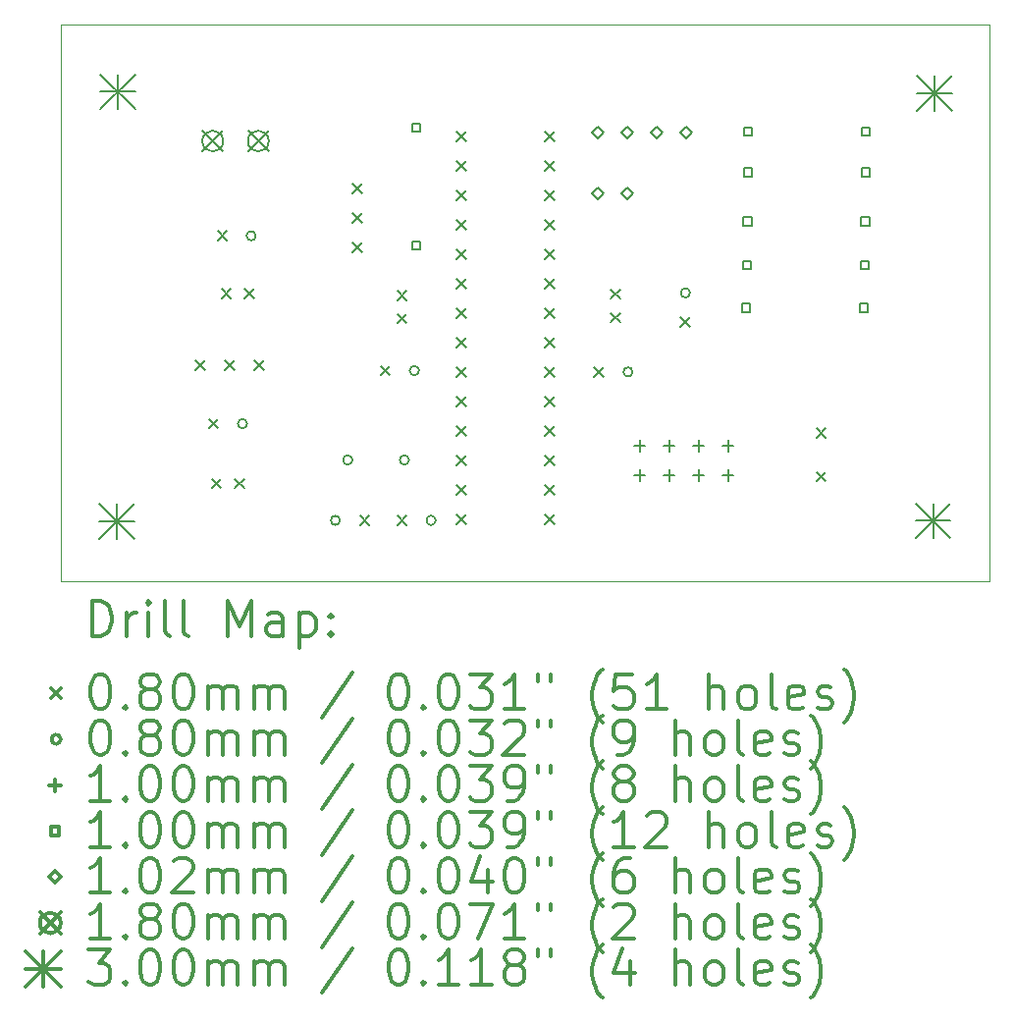
<source format=gbr>
%FSLAX45Y45*%
G04 Gerber Fmt 4.5, Leading zero omitted, Abs format (unit mm)*
G04 Created by KiCad (PCBNEW 4.0.2+dfsg1-stable) date śro, 11 kwi 2018, 12:27:41*
%MOMM*%
G01*
G04 APERTURE LIST*
%ADD10C,0.127000*%
%ADD11C,0.100000*%
%ADD12C,0.200000*%
%ADD13C,0.300000*%
G04 APERTURE END LIST*
D10*
D11*
X11534000Y-7760000D02*
X11544000Y-7760000D01*
X10774000Y-12564000D02*
X10774000Y-7760000D01*
X18781000Y-12564000D02*
X10774000Y-12564000D01*
X18781000Y-7760000D02*
X18781000Y-12564000D01*
X10774000Y-7760000D02*
X18781000Y-7760000D01*
D12*
X11933000Y-10659000D02*
X12013000Y-10739000D01*
X12013000Y-10659000D02*
X11933000Y-10739000D01*
X12047000Y-11164000D02*
X12127000Y-11244000D01*
X12127000Y-11164000D02*
X12047000Y-11244000D01*
X12072000Y-11680000D02*
X12152000Y-11760000D01*
X12152000Y-11680000D02*
X12072000Y-11760000D01*
X12122000Y-9543000D02*
X12202000Y-9623000D01*
X12202000Y-9543000D02*
X12122000Y-9623000D01*
X12158000Y-10042000D02*
X12238000Y-10122000D01*
X12238000Y-10042000D02*
X12158000Y-10122000D01*
X12187000Y-10659000D02*
X12267000Y-10739000D01*
X12267000Y-10659000D02*
X12187000Y-10739000D01*
X12272000Y-11680000D02*
X12352000Y-11760000D01*
X12352000Y-11680000D02*
X12272000Y-11760000D01*
X12358000Y-10042000D02*
X12438000Y-10122000D01*
X12438000Y-10042000D02*
X12358000Y-10122000D01*
X12441000Y-10659000D02*
X12521000Y-10739000D01*
X12521000Y-10659000D02*
X12441000Y-10739000D01*
X13287000Y-9135000D02*
X13367000Y-9215000D01*
X13367000Y-9135000D02*
X13287000Y-9215000D01*
X13287000Y-9389000D02*
X13367000Y-9469000D01*
X13367000Y-9389000D02*
X13287000Y-9469000D01*
X13287000Y-9643000D02*
X13367000Y-9723000D01*
X13367000Y-9643000D02*
X13287000Y-9723000D01*
X13349000Y-11997000D02*
X13429000Y-12077000D01*
X13429000Y-11997000D02*
X13349000Y-12077000D01*
X13530000Y-10705000D02*
X13610000Y-10785000D01*
X13610000Y-10705000D02*
X13530000Y-10785000D01*
X13672000Y-10057000D02*
X13752000Y-10137000D01*
X13752000Y-10057000D02*
X13672000Y-10137000D01*
X13672000Y-10257000D02*
X13752000Y-10337000D01*
X13752000Y-10257000D02*
X13672000Y-10337000D01*
X13673000Y-11997000D02*
X13753000Y-12077000D01*
X13753000Y-11997000D02*
X13673000Y-12077000D01*
X14185000Y-8685000D02*
X14265000Y-8765000D01*
X14265000Y-8685000D02*
X14185000Y-8765000D01*
X14185000Y-8939000D02*
X14265000Y-9019000D01*
X14265000Y-8939000D02*
X14185000Y-9019000D01*
X14185000Y-9193000D02*
X14265000Y-9273000D01*
X14265000Y-9193000D02*
X14185000Y-9273000D01*
X14185000Y-9447000D02*
X14265000Y-9527000D01*
X14265000Y-9447000D02*
X14185000Y-9527000D01*
X14185000Y-9701000D02*
X14265000Y-9781000D01*
X14265000Y-9701000D02*
X14185000Y-9781000D01*
X14185000Y-9955000D02*
X14265000Y-10035000D01*
X14265000Y-9955000D02*
X14185000Y-10035000D01*
X14185000Y-10209000D02*
X14265000Y-10289000D01*
X14265000Y-10209000D02*
X14185000Y-10289000D01*
X14185000Y-10463000D02*
X14265000Y-10543000D01*
X14265000Y-10463000D02*
X14185000Y-10543000D01*
X14185000Y-10717000D02*
X14265000Y-10797000D01*
X14265000Y-10717000D02*
X14185000Y-10797000D01*
X14185000Y-10971000D02*
X14265000Y-11051000D01*
X14265000Y-10971000D02*
X14185000Y-11051000D01*
X14185000Y-11225000D02*
X14265000Y-11305000D01*
X14265000Y-11225000D02*
X14185000Y-11305000D01*
X14185000Y-11479000D02*
X14265000Y-11559000D01*
X14265000Y-11479000D02*
X14185000Y-11559000D01*
X14185000Y-11733000D02*
X14265000Y-11813000D01*
X14265000Y-11733000D02*
X14185000Y-11813000D01*
X14185000Y-11987000D02*
X14265000Y-12067000D01*
X14265000Y-11987000D02*
X14185000Y-12067000D01*
X14947000Y-8685000D02*
X15027000Y-8765000D01*
X15027000Y-8685000D02*
X14947000Y-8765000D01*
X14947000Y-8939000D02*
X15027000Y-9019000D01*
X15027000Y-8939000D02*
X14947000Y-9019000D01*
X14947000Y-9193000D02*
X15027000Y-9273000D01*
X15027000Y-9193000D02*
X14947000Y-9273000D01*
X14947000Y-9447000D02*
X15027000Y-9527000D01*
X15027000Y-9447000D02*
X14947000Y-9527000D01*
X14947000Y-9701000D02*
X15027000Y-9781000D01*
X15027000Y-9701000D02*
X14947000Y-9781000D01*
X14947000Y-9955000D02*
X15027000Y-10035000D01*
X15027000Y-9955000D02*
X14947000Y-10035000D01*
X14947000Y-10209000D02*
X15027000Y-10289000D01*
X15027000Y-10209000D02*
X14947000Y-10289000D01*
X14947000Y-10463000D02*
X15027000Y-10543000D01*
X15027000Y-10463000D02*
X14947000Y-10543000D01*
X14947000Y-10717000D02*
X15027000Y-10797000D01*
X15027000Y-10717000D02*
X14947000Y-10797000D01*
X14947000Y-10971000D02*
X15027000Y-11051000D01*
X15027000Y-10971000D02*
X14947000Y-11051000D01*
X14947000Y-11225000D02*
X15027000Y-11305000D01*
X15027000Y-11225000D02*
X14947000Y-11305000D01*
X14947000Y-11479000D02*
X15027000Y-11559000D01*
X15027000Y-11479000D02*
X14947000Y-11559000D01*
X14947000Y-11733000D02*
X15027000Y-11813000D01*
X15027000Y-11733000D02*
X14947000Y-11813000D01*
X14947000Y-11987000D02*
X15027000Y-12067000D01*
X15027000Y-11987000D02*
X14947000Y-12067000D01*
X15372000Y-10717000D02*
X15452000Y-10797000D01*
X15452000Y-10717000D02*
X15372000Y-10797000D01*
X15515000Y-10047000D02*
X15595000Y-10127000D01*
X15595000Y-10047000D02*
X15515000Y-10127000D01*
X15515000Y-10247000D02*
X15595000Y-10327000D01*
X15595000Y-10247000D02*
X15515000Y-10327000D01*
X16117000Y-10285000D02*
X16197000Y-10365000D01*
X16197000Y-10285000D02*
X16117000Y-10365000D01*
X17288000Y-11242000D02*
X17368000Y-11322000D01*
X17368000Y-11242000D02*
X17288000Y-11322000D01*
X17288000Y-11622000D02*
X17368000Y-11702000D01*
X17368000Y-11622000D02*
X17288000Y-11702000D01*
X12377005Y-11204000D02*
G75*
G03X12377005Y-11204000I-40005J0D01*
G01*
X12452005Y-9583000D02*
G75*
G03X12452005Y-9583000I-40005J0D01*
G01*
X13179005Y-12037000D02*
G75*
G03X13179005Y-12037000I-40005J0D01*
G01*
X13284911Y-11517000D02*
G75*
G03X13284911Y-11517000I-40005J0D01*
G01*
X13773099Y-11517000D02*
G75*
G03X13773099Y-11517000I-40005J0D01*
G01*
X13860005Y-10745000D02*
G75*
G03X13860005Y-10745000I-40005J0D01*
G01*
X14003005Y-12037000D02*
G75*
G03X14003005Y-12037000I-40005J0D01*
G01*
X15702005Y-10757000D02*
G75*
G03X15702005Y-10757000I-40005J0D01*
G01*
X16197005Y-10075000D02*
G75*
G03X16197005Y-10075000I-40005J0D01*
G01*
X15762000Y-11347000D02*
X15762000Y-11447000D01*
X15712000Y-11397000D02*
X15812000Y-11397000D01*
X15762000Y-11601000D02*
X15762000Y-11701000D01*
X15712000Y-11651000D02*
X15812000Y-11651000D01*
X16016000Y-11347000D02*
X16016000Y-11447000D01*
X15966000Y-11397000D02*
X16066000Y-11397000D01*
X16016000Y-11601000D02*
X16016000Y-11701000D01*
X15966000Y-11651000D02*
X16066000Y-11651000D01*
X16270000Y-11347000D02*
X16270000Y-11447000D01*
X16220000Y-11397000D02*
X16320000Y-11397000D01*
X16270000Y-11601000D02*
X16270000Y-11701000D01*
X16220000Y-11651000D02*
X16320000Y-11651000D01*
X16524000Y-11347000D02*
X16524000Y-11447000D01*
X16474000Y-11397000D02*
X16574000Y-11397000D01*
X16524000Y-11601000D02*
X16524000Y-11701000D01*
X16474000Y-11651000D02*
X16574000Y-11651000D01*
X13871382Y-8686383D02*
X13871382Y-8615618D01*
X13800617Y-8615618D01*
X13800617Y-8686383D01*
X13871382Y-8686383D01*
X13871382Y-9702383D02*
X13871382Y-9631618D01*
X13800617Y-9631618D01*
X13800617Y-9702383D01*
X13871382Y-9702383D01*
X16716382Y-10239383D02*
X16716382Y-10168618D01*
X16645617Y-10168618D01*
X16645617Y-10239383D01*
X16716382Y-10239383D01*
X16723382Y-9872383D02*
X16723382Y-9801618D01*
X16652617Y-9801618D01*
X16652617Y-9872383D01*
X16723382Y-9872383D01*
X16728382Y-9495383D02*
X16728382Y-9424618D01*
X16657617Y-9424618D01*
X16657617Y-9495383D01*
X16728382Y-9495383D01*
X16732382Y-8719383D02*
X16732382Y-8648618D01*
X16661617Y-8648618D01*
X16661617Y-8719383D01*
X16732382Y-8719383D01*
X16732382Y-9070383D02*
X16732382Y-8999618D01*
X16661617Y-8999618D01*
X16661617Y-9070383D01*
X16732382Y-9070383D01*
X17732383Y-10239383D02*
X17732383Y-10168618D01*
X17661618Y-10168618D01*
X17661618Y-10239383D01*
X17732383Y-10239383D01*
X17739383Y-9872383D02*
X17739383Y-9801618D01*
X17668618Y-9801618D01*
X17668618Y-9872383D01*
X17739383Y-9872383D01*
X17744383Y-9495383D02*
X17744383Y-9424618D01*
X17673618Y-9424618D01*
X17673618Y-9495383D01*
X17744383Y-9495383D01*
X17748383Y-8719383D02*
X17748383Y-8648618D01*
X17677618Y-8648618D01*
X17677618Y-8719383D01*
X17748383Y-8719383D01*
X17748383Y-9070383D02*
X17748383Y-8999618D01*
X17677618Y-8999618D01*
X17677618Y-9070383D01*
X17748383Y-9070383D01*
X15403000Y-9270800D02*
X15453800Y-9220000D01*
X15403000Y-9169200D01*
X15352200Y-9220000D01*
X15403000Y-9270800D01*
X15404000Y-8741800D02*
X15454800Y-8691000D01*
X15404000Y-8640200D01*
X15353200Y-8691000D01*
X15404000Y-8741800D01*
X15657000Y-9270800D02*
X15707800Y-9220000D01*
X15657000Y-9169200D01*
X15606200Y-9220000D01*
X15657000Y-9270800D01*
X15658000Y-8741800D02*
X15708800Y-8691000D01*
X15658000Y-8640200D01*
X15607200Y-8691000D01*
X15658000Y-8741800D01*
X15912000Y-8741800D02*
X15962800Y-8691000D01*
X15912000Y-8640200D01*
X15861200Y-8691000D01*
X15912000Y-8741800D01*
X16166000Y-8741800D02*
X16216800Y-8691000D01*
X16166000Y-8640200D01*
X16115200Y-8691000D01*
X16166000Y-8741800D01*
X11990107Y-8675957D02*
X12170193Y-8856043D01*
X12170193Y-8675957D02*
X11990107Y-8856043D01*
X12170193Y-8766000D02*
G75*
G03X12170193Y-8766000I-90043J0D01*
G01*
X12383807Y-8675957D02*
X12563893Y-8856043D01*
X12563893Y-8675957D02*
X12383807Y-8856043D01*
X12563893Y-8766000D02*
G75*
G03X12563893Y-8766000I-90043J0D01*
G01*
X11105000Y-11895000D02*
X11405000Y-12195000D01*
X11405000Y-11895000D02*
X11105000Y-12195000D01*
X11255000Y-11895000D02*
X11255000Y-12195000D01*
X11105000Y-12045000D02*
X11405000Y-12045000D01*
X11110000Y-8190000D02*
X11410000Y-8490000D01*
X11410000Y-8190000D02*
X11110000Y-8490000D01*
X11260000Y-8190000D02*
X11260000Y-8490000D01*
X11110000Y-8340000D02*
X11410000Y-8340000D01*
X18145000Y-11890000D02*
X18445000Y-12190000D01*
X18445000Y-11890000D02*
X18145000Y-12190000D01*
X18295000Y-11890000D02*
X18295000Y-12190000D01*
X18145000Y-12040000D02*
X18445000Y-12040000D01*
X18155000Y-8205000D02*
X18455000Y-8505000D01*
X18455000Y-8205000D02*
X18155000Y-8505000D01*
X18305000Y-8205000D02*
X18305000Y-8505000D01*
X18155000Y-8355000D02*
X18455000Y-8355000D01*
D13*
X11040429Y-13034714D02*
X11040429Y-12734714D01*
X11111857Y-12734714D01*
X11154714Y-12749000D01*
X11183286Y-12777571D01*
X11197571Y-12806143D01*
X11211857Y-12863286D01*
X11211857Y-12906143D01*
X11197571Y-12963286D01*
X11183286Y-12991857D01*
X11154714Y-13020429D01*
X11111857Y-13034714D01*
X11040429Y-13034714D01*
X11340428Y-13034714D02*
X11340428Y-12834714D01*
X11340428Y-12891857D02*
X11354714Y-12863286D01*
X11369000Y-12849000D01*
X11397571Y-12834714D01*
X11426143Y-12834714D01*
X11526143Y-13034714D02*
X11526143Y-12834714D01*
X11526143Y-12734714D02*
X11511857Y-12749000D01*
X11526143Y-12763286D01*
X11540428Y-12749000D01*
X11526143Y-12734714D01*
X11526143Y-12763286D01*
X11711857Y-13034714D02*
X11683286Y-13020429D01*
X11669000Y-12991857D01*
X11669000Y-12734714D01*
X11869000Y-13034714D02*
X11840428Y-13020429D01*
X11826143Y-12991857D01*
X11826143Y-12734714D01*
X12211857Y-13034714D02*
X12211857Y-12734714D01*
X12311857Y-12949000D01*
X12411857Y-12734714D01*
X12411857Y-13034714D01*
X12683286Y-13034714D02*
X12683286Y-12877571D01*
X12669000Y-12849000D01*
X12640428Y-12834714D01*
X12583286Y-12834714D01*
X12554714Y-12849000D01*
X12683286Y-13020429D02*
X12654714Y-13034714D01*
X12583286Y-13034714D01*
X12554714Y-13020429D01*
X12540428Y-12991857D01*
X12540428Y-12963286D01*
X12554714Y-12934714D01*
X12583286Y-12920429D01*
X12654714Y-12920429D01*
X12683286Y-12906143D01*
X12826143Y-12834714D02*
X12826143Y-13134714D01*
X12826143Y-12849000D02*
X12854714Y-12834714D01*
X12911857Y-12834714D01*
X12940428Y-12849000D01*
X12954714Y-12863286D01*
X12969000Y-12891857D01*
X12969000Y-12977571D01*
X12954714Y-13006143D01*
X12940428Y-13020429D01*
X12911857Y-13034714D01*
X12854714Y-13034714D01*
X12826143Y-13020429D01*
X13097571Y-13006143D02*
X13111857Y-13020429D01*
X13097571Y-13034714D01*
X13083286Y-13020429D01*
X13097571Y-13006143D01*
X13097571Y-13034714D01*
X13097571Y-12849000D02*
X13111857Y-12863286D01*
X13097571Y-12877571D01*
X13083286Y-12863286D01*
X13097571Y-12849000D01*
X13097571Y-12877571D01*
X10689000Y-13489000D02*
X10769000Y-13569000D01*
X10769000Y-13489000D02*
X10689000Y-13569000D01*
X11097571Y-13364714D02*
X11126143Y-13364714D01*
X11154714Y-13379000D01*
X11169000Y-13393286D01*
X11183286Y-13421857D01*
X11197571Y-13479000D01*
X11197571Y-13550429D01*
X11183286Y-13607571D01*
X11169000Y-13636143D01*
X11154714Y-13650429D01*
X11126143Y-13664714D01*
X11097571Y-13664714D01*
X11069000Y-13650429D01*
X11054714Y-13636143D01*
X11040429Y-13607571D01*
X11026143Y-13550429D01*
X11026143Y-13479000D01*
X11040429Y-13421857D01*
X11054714Y-13393286D01*
X11069000Y-13379000D01*
X11097571Y-13364714D01*
X11326143Y-13636143D02*
X11340428Y-13650429D01*
X11326143Y-13664714D01*
X11311857Y-13650429D01*
X11326143Y-13636143D01*
X11326143Y-13664714D01*
X11511857Y-13493286D02*
X11483286Y-13479000D01*
X11469000Y-13464714D01*
X11454714Y-13436143D01*
X11454714Y-13421857D01*
X11469000Y-13393286D01*
X11483286Y-13379000D01*
X11511857Y-13364714D01*
X11569000Y-13364714D01*
X11597571Y-13379000D01*
X11611857Y-13393286D01*
X11626143Y-13421857D01*
X11626143Y-13436143D01*
X11611857Y-13464714D01*
X11597571Y-13479000D01*
X11569000Y-13493286D01*
X11511857Y-13493286D01*
X11483286Y-13507571D01*
X11469000Y-13521857D01*
X11454714Y-13550429D01*
X11454714Y-13607571D01*
X11469000Y-13636143D01*
X11483286Y-13650429D01*
X11511857Y-13664714D01*
X11569000Y-13664714D01*
X11597571Y-13650429D01*
X11611857Y-13636143D01*
X11626143Y-13607571D01*
X11626143Y-13550429D01*
X11611857Y-13521857D01*
X11597571Y-13507571D01*
X11569000Y-13493286D01*
X11811857Y-13364714D02*
X11840428Y-13364714D01*
X11869000Y-13379000D01*
X11883286Y-13393286D01*
X11897571Y-13421857D01*
X11911857Y-13479000D01*
X11911857Y-13550429D01*
X11897571Y-13607571D01*
X11883286Y-13636143D01*
X11869000Y-13650429D01*
X11840428Y-13664714D01*
X11811857Y-13664714D01*
X11783286Y-13650429D01*
X11769000Y-13636143D01*
X11754714Y-13607571D01*
X11740428Y-13550429D01*
X11740428Y-13479000D01*
X11754714Y-13421857D01*
X11769000Y-13393286D01*
X11783286Y-13379000D01*
X11811857Y-13364714D01*
X12040428Y-13664714D02*
X12040428Y-13464714D01*
X12040428Y-13493286D02*
X12054714Y-13479000D01*
X12083286Y-13464714D01*
X12126143Y-13464714D01*
X12154714Y-13479000D01*
X12169000Y-13507571D01*
X12169000Y-13664714D01*
X12169000Y-13507571D02*
X12183286Y-13479000D01*
X12211857Y-13464714D01*
X12254714Y-13464714D01*
X12283286Y-13479000D01*
X12297571Y-13507571D01*
X12297571Y-13664714D01*
X12440428Y-13664714D02*
X12440428Y-13464714D01*
X12440428Y-13493286D02*
X12454714Y-13479000D01*
X12483286Y-13464714D01*
X12526143Y-13464714D01*
X12554714Y-13479000D01*
X12569000Y-13507571D01*
X12569000Y-13664714D01*
X12569000Y-13507571D02*
X12583286Y-13479000D01*
X12611857Y-13464714D01*
X12654714Y-13464714D01*
X12683286Y-13479000D01*
X12697571Y-13507571D01*
X12697571Y-13664714D01*
X13283286Y-13350429D02*
X13026143Y-13736143D01*
X13669000Y-13364714D02*
X13697571Y-13364714D01*
X13726143Y-13379000D01*
X13740428Y-13393286D01*
X13754714Y-13421857D01*
X13769000Y-13479000D01*
X13769000Y-13550429D01*
X13754714Y-13607571D01*
X13740428Y-13636143D01*
X13726143Y-13650429D01*
X13697571Y-13664714D01*
X13669000Y-13664714D01*
X13640428Y-13650429D01*
X13626143Y-13636143D01*
X13611857Y-13607571D01*
X13597571Y-13550429D01*
X13597571Y-13479000D01*
X13611857Y-13421857D01*
X13626143Y-13393286D01*
X13640428Y-13379000D01*
X13669000Y-13364714D01*
X13897571Y-13636143D02*
X13911857Y-13650429D01*
X13897571Y-13664714D01*
X13883286Y-13650429D01*
X13897571Y-13636143D01*
X13897571Y-13664714D01*
X14097571Y-13364714D02*
X14126143Y-13364714D01*
X14154714Y-13379000D01*
X14169000Y-13393286D01*
X14183285Y-13421857D01*
X14197571Y-13479000D01*
X14197571Y-13550429D01*
X14183285Y-13607571D01*
X14169000Y-13636143D01*
X14154714Y-13650429D01*
X14126143Y-13664714D01*
X14097571Y-13664714D01*
X14069000Y-13650429D01*
X14054714Y-13636143D01*
X14040428Y-13607571D01*
X14026143Y-13550429D01*
X14026143Y-13479000D01*
X14040428Y-13421857D01*
X14054714Y-13393286D01*
X14069000Y-13379000D01*
X14097571Y-13364714D01*
X14297571Y-13364714D02*
X14483285Y-13364714D01*
X14383285Y-13479000D01*
X14426143Y-13479000D01*
X14454714Y-13493286D01*
X14469000Y-13507571D01*
X14483285Y-13536143D01*
X14483285Y-13607571D01*
X14469000Y-13636143D01*
X14454714Y-13650429D01*
X14426143Y-13664714D01*
X14340428Y-13664714D01*
X14311857Y-13650429D01*
X14297571Y-13636143D01*
X14769000Y-13664714D02*
X14597571Y-13664714D01*
X14683285Y-13664714D02*
X14683285Y-13364714D01*
X14654714Y-13407571D01*
X14626143Y-13436143D01*
X14597571Y-13450429D01*
X14883286Y-13364714D02*
X14883286Y-13421857D01*
X14997571Y-13364714D02*
X14997571Y-13421857D01*
X15440428Y-13779000D02*
X15426143Y-13764714D01*
X15397571Y-13721857D01*
X15383285Y-13693286D01*
X15369000Y-13650429D01*
X15354714Y-13579000D01*
X15354714Y-13521857D01*
X15369000Y-13450429D01*
X15383285Y-13407571D01*
X15397571Y-13379000D01*
X15426143Y-13336143D01*
X15440428Y-13321857D01*
X15697571Y-13364714D02*
X15554714Y-13364714D01*
X15540428Y-13507571D01*
X15554714Y-13493286D01*
X15583285Y-13479000D01*
X15654714Y-13479000D01*
X15683285Y-13493286D01*
X15697571Y-13507571D01*
X15711857Y-13536143D01*
X15711857Y-13607571D01*
X15697571Y-13636143D01*
X15683285Y-13650429D01*
X15654714Y-13664714D01*
X15583285Y-13664714D01*
X15554714Y-13650429D01*
X15540428Y-13636143D01*
X15997571Y-13664714D02*
X15826143Y-13664714D01*
X15911857Y-13664714D02*
X15911857Y-13364714D01*
X15883285Y-13407571D01*
X15854714Y-13436143D01*
X15826143Y-13450429D01*
X16354714Y-13664714D02*
X16354714Y-13364714D01*
X16483285Y-13664714D02*
X16483285Y-13507571D01*
X16469000Y-13479000D01*
X16440428Y-13464714D01*
X16397571Y-13464714D01*
X16369000Y-13479000D01*
X16354714Y-13493286D01*
X16669000Y-13664714D02*
X16640428Y-13650429D01*
X16626143Y-13636143D01*
X16611857Y-13607571D01*
X16611857Y-13521857D01*
X16626143Y-13493286D01*
X16640428Y-13479000D01*
X16669000Y-13464714D01*
X16711857Y-13464714D01*
X16740428Y-13479000D01*
X16754714Y-13493286D01*
X16769000Y-13521857D01*
X16769000Y-13607571D01*
X16754714Y-13636143D01*
X16740428Y-13650429D01*
X16711857Y-13664714D01*
X16669000Y-13664714D01*
X16940428Y-13664714D02*
X16911857Y-13650429D01*
X16897571Y-13621857D01*
X16897571Y-13364714D01*
X17169000Y-13650429D02*
X17140429Y-13664714D01*
X17083286Y-13664714D01*
X17054714Y-13650429D01*
X17040429Y-13621857D01*
X17040429Y-13507571D01*
X17054714Y-13479000D01*
X17083286Y-13464714D01*
X17140429Y-13464714D01*
X17169000Y-13479000D01*
X17183286Y-13507571D01*
X17183286Y-13536143D01*
X17040429Y-13564714D01*
X17297571Y-13650429D02*
X17326143Y-13664714D01*
X17383286Y-13664714D01*
X17411857Y-13650429D01*
X17426143Y-13621857D01*
X17426143Y-13607571D01*
X17411857Y-13579000D01*
X17383286Y-13564714D01*
X17340429Y-13564714D01*
X17311857Y-13550429D01*
X17297571Y-13521857D01*
X17297571Y-13507571D01*
X17311857Y-13479000D01*
X17340429Y-13464714D01*
X17383286Y-13464714D01*
X17411857Y-13479000D01*
X17526143Y-13779000D02*
X17540429Y-13764714D01*
X17569000Y-13721857D01*
X17583286Y-13693286D01*
X17597571Y-13650429D01*
X17611857Y-13579000D01*
X17611857Y-13521857D01*
X17597571Y-13450429D01*
X17583286Y-13407571D01*
X17569000Y-13379000D01*
X17540429Y-13336143D01*
X17526143Y-13321857D01*
X10769000Y-13925000D02*
G75*
G03X10769000Y-13925000I-40005J0D01*
G01*
X11097571Y-13760714D02*
X11126143Y-13760714D01*
X11154714Y-13775000D01*
X11169000Y-13789286D01*
X11183286Y-13817857D01*
X11197571Y-13875000D01*
X11197571Y-13946429D01*
X11183286Y-14003571D01*
X11169000Y-14032143D01*
X11154714Y-14046429D01*
X11126143Y-14060714D01*
X11097571Y-14060714D01*
X11069000Y-14046429D01*
X11054714Y-14032143D01*
X11040429Y-14003571D01*
X11026143Y-13946429D01*
X11026143Y-13875000D01*
X11040429Y-13817857D01*
X11054714Y-13789286D01*
X11069000Y-13775000D01*
X11097571Y-13760714D01*
X11326143Y-14032143D02*
X11340428Y-14046429D01*
X11326143Y-14060714D01*
X11311857Y-14046429D01*
X11326143Y-14032143D01*
X11326143Y-14060714D01*
X11511857Y-13889286D02*
X11483286Y-13875000D01*
X11469000Y-13860714D01*
X11454714Y-13832143D01*
X11454714Y-13817857D01*
X11469000Y-13789286D01*
X11483286Y-13775000D01*
X11511857Y-13760714D01*
X11569000Y-13760714D01*
X11597571Y-13775000D01*
X11611857Y-13789286D01*
X11626143Y-13817857D01*
X11626143Y-13832143D01*
X11611857Y-13860714D01*
X11597571Y-13875000D01*
X11569000Y-13889286D01*
X11511857Y-13889286D01*
X11483286Y-13903571D01*
X11469000Y-13917857D01*
X11454714Y-13946429D01*
X11454714Y-14003571D01*
X11469000Y-14032143D01*
X11483286Y-14046429D01*
X11511857Y-14060714D01*
X11569000Y-14060714D01*
X11597571Y-14046429D01*
X11611857Y-14032143D01*
X11626143Y-14003571D01*
X11626143Y-13946429D01*
X11611857Y-13917857D01*
X11597571Y-13903571D01*
X11569000Y-13889286D01*
X11811857Y-13760714D02*
X11840428Y-13760714D01*
X11869000Y-13775000D01*
X11883286Y-13789286D01*
X11897571Y-13817857D01*
X11911857Y-13875000D01*
X11911857Y-13946429D01*
X11897571Y-14003571D01*
X11883286Y-14032143D01*
X11869000Y-14046429D01*
X11840428Y-14060714D01*
X11811857Y-14060714D01*
X11783286Y-14046429D01*
X11769000Y-14032143D01*
X11754714Y-14003571D01*
X11740428Y-13946429D01*
X11740428Y-13875000D01*
X11754714Y-13817857D01*
X11769000Y-13789286D01*
X11783286Y-13775000D01*
X11811857Y-13760714D01*
X12040428Y-14060714D02*
X12040428Y-13860714D01*
X12040428Y-13889286D02*
X12054714Y-13875000D01*
X12083286Y-13860714D01*
X12126143Y-13860714D01*
X12154714Y-13875000D01*
X12169000Y-13903571D01*
X12169000Y-14060714D01*
X12169000Y-13903571D02*
X12183286Y-13875000D01*
X12211857Y-13860714D01*
X12254714Y-13860714D01*
X12283286Y-13875000D01*
X12297571Y-13903571D01*
X12297571Y-14060714D01*
X12440428Y-14060714D02*
X12440428Y-13860714D01*
X12440428Y-13889286D02*
X12454714Y-13875000D01*
X12483286Y-13860714D01*
X12526143Y-13860714D01*
X12554714Y-13875000D01*
X12569000Y-13903571D01*
X12569000Y-14060714D01*
X12569000Y-13903571D02*
X12583286Y-13875000D01*
X12611857Y-13860714D01*
X12654714Y-13860714D01*
X12683286Y-13875000D01*
X12697571Y-13903571D01*
X12697571Y-14060714D01*
X13283286Y-13746429D02*
X13026143Y-14132143D01*
X13669000Y-13760714D02*
X13697571Y-13760714D01*
X13726143Y-13775000D01*
X13740428Y-13789286D01*
X13754714Y-13817857D01*
X13769000Y-13875000D01*
X13769000Y-13946429D01*
X13754714Y-14003571D01*
X13740428Y-14032143D01*
X13726143Y-14046429D01*
X13697571Y-14060714D01*
X13669000Y-14060714D01*
X13640428Y-14046429D01*
X13626143Y-14032143D01*
X13611857Y-14003571D01*
X13597571Y-13946429D01*
X13597571Y-13875000D01*
X13611857Y-13817857D01*
X13626143Y-13789286D01*
X13640428Y-13775000D01*
X13669000Y-13760714D01*
X13897571Y-14032143D02*
X13911857Y-14046429D01*
X13897571Y-14060714D01*
X13883286Y-14046429D01*
X13897571Y-14032143D01*
X13897571Y-14060714D01*
X14097571Y-13760714D02*
X14126143Y-13760714D01*
X14154714Y-13775000D01*
X14169000Y-13789286D01*
X14183285Y-13817857D01*
X14197571Y-13875000D01*
X14197571Y-13946429D01*
X14183285Y-14003571D01*
X14169000Y-14032143D01*
X14154714Y-14046429D01*
X14126143Y-14060714D01*
X14097571Y-14060714D01*
X14069000Y-14046429D01*
X14054714Y-14032143D01*
X14040428Y-14003571D01*
X14026143Y-13946429D01*
X14026143Y-13875000D01*
X14040428Y-13817857D01*
X14054714Y-13789286D01*
X14069000Y-13775000D01*
X14097571Y-13760714D01*
X14297571Y-13760714D02*
X14483285Y-13760714D01*
X14383285Y-13875000D01*
X14426143Y-13875000D01*
X14454714Y-13889286D01*
X14469000Y-13903571D01*
X14483285Y-13932143D01*
X14483285Y-14003571D01*
X14469000Y-14032143D01*
X14454714Y-14046429D01*
X14426143Y-14060714D01*
X14340428Y-14060714D01*
X14311857Y-14046429D01*
X14297571Y-14032143D01*
X14597571Y-13789286D02*
X14611857Y-13775000D01*
X14640428Y-13760714D01*
X14711857Y-13760714D01*
X14740428Y-13775000D01*
X14754714Y-13789286D01*
X14769000Y-13817857D01*
X14769000Y-13846429D01*
X14754714Y-13889286D01*
X14583285Y-14060714D01*
X14769000Y-14060714D01*
X14883286Y-13760714D02*
X14883286Y-13817857D01*
X14997571Y-13760714D02*
X14997571Y-13817857D01*
X15440428Y-14175000D02*
X15426143Y-14160714D01*
X15397571Y-14117857D01*
X15383285Y-14089286D01*
X15369000Y-14046429D01*
X15354714Y-13975000D01*
X15354714Y-13917857D01*
X15369000Y-13846429D01*
X15383285Y-13803571D01*
X15397571Y-13775000D01*
X15426143Y-13732143D01*
X15440428Y-13717857D01*
X15569000Y-14060714D02*
X15626143Y-14060714D01*
X15654714Y-14046429D01*
X15669000Y-14032143D01*
X15697571Y-13989286D01*
X15711857Y-13932143D01*
X15711857Y-13817857D01*
X15697571Y-13789286D01*
X15683285Y-13775000D01*
X15654714Y-13760714D01*
X15597571Y-13760714D01*
X15569000Y-13775000D01*
X15554714Y-13789286D01*
X15540428Y-13817857D01*
X15540428Y-13889286D01*
X15554714Y-13917857D01*
X15569000Y-13932143D01*
X15597571Y-13946429D01*
X15654714Y-13946429D01*
X15683285Y-13932143D01*
X15697571Y-13917857D01*
X15711857Y-13889286D01*
X16069000Y-14060714D02*
X16069000Y-13760714D01*
X16197571Y-14060714D02*
X16197571Y-13903571D01*
X16183285Y-13875000D01*
X16154714Y-13860714D01*
X16111857Y-13860714D01*
X16083285Y-13875000D01*
X16069000Y-13889286D01*
X16383285Y-14060714D02*
X16354714Y-14046429D01*
X16340428Y-14032143D01*
X16326143Y-14003571D01*
X16326143Y-13917857D01*
X16340428Y-13889286D01*
X16354714Y-13875000D01*
X16383285Y-13860714D01*
X16426143Y-13860714D01*
X16454714Y-13875000D01*
X16469000Y-13889286D01*
X16483285Y-13917857D01*
X16483285Y-14003571D01*
X16469000Y-14032143D01*
X16454714Y-14046429D01*
X16426143Y-14060714D01*
X16383285Y-14060714D01*
X16654714Y-14060714D02*
X16626143Y-14046429D01*
X16611857Y-14017857D01*
X16611857Y-13760714D01*
X16883286Y-14046429D02*
X16854714Y-14060714D01*
X16797571Y-14060714D01*
X16769000Y-14046429D01*
X16754714Y-14017857D01*
X16754714Y-13903571D01*
X16769000Y-13875000D01*
X16797571Y-13860714D01*
X16854714Y-13860714D01*
X16883286Y-13875000D01*
X16897571Y-13903571D01*
X16897571Y-13932143D01*
X16754714Y-13960714D01*
X17011857Y-14046429D02*
X17040429Y-14060714D01*
X17097571Y-14060714D01*
X17126143Y-14046429D01*
X17140429Y-14017857D01*
X17140429Y-14003571D01*
X17126143Y-13975000D01*
X17097571Y-13960714D01*
X17054714Y-13960714D01*
X17026143Y-13946429D01*
X17011857Y-13917857D01*
X17011857Y-13903571D01*
X17026143Y-13875000D01*
X17054714Y-13860714D01*
X17097571Y-13860714D01*
X17126143Y-13875000D01*
X17240428Y-14175000D02*
X17254714Y-14160714D01*
X17283286Y-14117857D01*
X17297571Y-14089286D01*
X17311857Y-14046429D01*
X17326143Y-13975000D01*
X17326143Y-13917857D01*
X17311857Y-13846429D01*
X17297571Y-13803571D01*
X17283286Y-13775000D01*
X17254714Y-13732143D01*
X17240428Y-13717857D01*
X10719000Y-14271000D02*
X10719000Y-14371000D01*
X10669000Y-14321000D02*
X10769000Y-14321000D01*
X11197571Y-14456714D02*
X11026143Y-14456714D01*
X11111857Y-14456714D02*
X11111857Y-14156714D01*
X11083286Y-14199571D01*
X11054714Y-14228143D01*
X11026143Y-14242429D01*
X11326143Y-14428143D02*
X11340428Y-14442429D01*
X11326143Y-14456714D01*
X11311857Y-14442429D01*
X11326143Y-14428143D01*
X11326143Y-14456714D01*
X11526143Y-14156714D02*
X11554714Y-14156714D01*
X11583286Y-14171000D01*
X11597571Y-14185286D01*
X11611857Y-14213857D01*
X11626143Y-14271000D01*
X11626143Y-14342429D01*
X11611857Y-14399571D01*
X11597571Y-14428143D01*
X11583286Y-14442429D01*
X11554714Y-14456714D01*
X11526143Y-14456714D01*
X11497571Y-14442429D01*
X11483286Y-14428143D01*
X11469000Y-14399571D01*
X11454714Y-14342429D01*
X11454714Y-14271000D01*
X11469000Y-14213857D01*
X11483286Y-14185286D01*
X11497571Y-14171000D01*
X11526143Y-14156714D01*
X11811857Y-14156714D02*
X11840428Y-14156714D01*
X11869000Y-14171000D01*
X11883286Y-14185286D01*
X11897571Y-14213857D01*
X11911857Y-14271000D01*
X11911857Y-14342429D01*
X11897571Y-14399571D01*
X11883286Y-14428143D01*
X11869000Y-14442429D01*
X11840428Y-14456714D01*
X11811857Y-14456714D01*
X11783286Y-14442429D01*
X11769000Y-14428143D01*
X11754714Y-14399571D01*
X11740428Y-14342429D01*
X11740428Y-14271000D01*
X11754714Y-14213857D01*
X11769000Y-14185286D01*
X11783286Y-14171000D01*
X11811857Y-14156714D01*
X12040428Y-14456714D02*
X12040428Y-14256714D01*
X12040428Y-14285286D02*
X12054714Y-14271000D01*
X12083286Y-14256714D01*
X12126143Y-14256714D01*
X12154714Y-14271000D01*
X12169000Y-14299571D01*
X12169000Y-14456714D01*
X12169000Y-14299571D02*
X12183286Y-14271000D01*
X12211857Y-14256714D01*
X12254714Y-14256714D01*
X12283286Y-14271000D01*
X12297571Y-14299571D01*
X12297571Y-14456714D01*
X12440428Y-14456714D02*
X12440428Y-14256714D01*
X12440428Y-14285286D02*
X12454714Y-14271000D01*
X12483286Y-14256714D01*
X12526143Y-14256714D01*
X12554714Y-14271000D01*
X12569000Y-14299571D01*
X12569000Y-14456714D01*
X12569000Y-14299571D02*
X12583286Y-14271000D01*
X12611857Y-14256714D01*
X12654714Y-14256714D01*
X12683286Y-14271000D01*
X12697571Y-14299571D01*
X12697571Y-14456714D01*
X13283286Y-14142429D02*
X13026143Y-14528143D01*
X13669000Y-14156714D02*
X13697571Y-14156714D01*
X13726143Y-14171000D01*
X13740428Y-14185286D01*
X13754714Y-14213857D01*
X13769000Y-14271000D01*
X13769000Y-14342429D01*
X13754714Y-14399571D01*
X13740428Y-14428143D01*
X13726143Y-14442429D01*
X13697571Y-14456714D01*
X13669000Y-14456714D01*
X13640428Y-14442429D01*
X13626143Y-14428143D01*
X13611857Y-14399571D01*
X13597571Y-14342429D01*
X13597571Y-14271000D01*
X13611857Y-14213857D01*
X13626143Y-14185286D01*
X13640428Y-14171000D01*
X13669000Y-14156714D01*
X13897571Y-14428143D02*
X13911857Y-14442429D01*
X13897571Y-14456714D01*
X13883286Y-14442429D01*
X13897571Y-14428143D01*
X13897571Y-14456714D01*
X14097571Y-14156714D02*
X14126143Y-14156714D01*
X14154714Y-14171000D01*
X14169000Y-14185286D01*
X14183285Y-14213857D01*
X14197571Y-14271000D01*
X14197571Y-14342429D01*
X14183285Y-14399571D01*
X14169000Y-14428143D01*
X14154714Y-14442429D01*
X14126143Y-14456714D01*
X14097571Y-14456714D01*
X14069000Y-14442429D01*
X14054714Y-14428143D01*
X14040428Y-14399571D01*
X14026143Y-14342429D01*
X14026143Y-14271000D01*
X14040428Y-14213857D01*
X14054714Y-14185286D01*
X14069000Y-14171000D01*
X14097571Y-14156714D01*
X14297571Y-14156714D02*
X14483285Y-14156714D01*
X14383285Y-14271000D01*
X14426143Y-14271000D01*
X14454714Y-14285286D01*
X14469000Y-14299571D01*
X14483285Y-14328143D01*
X14483285Y-14399571D01*
X14469000Y-14428143D01*
X14454714Y-14442429D01*
X14426143Y-14456714D01*
X14340428Y-14456714D01*
X14311857Y-14442429D01*
X14297571Y-14428143D01*
X14626143Y-14456714D02*
X14683285Y-14456714D01*
X14711857Y-14442429D01*
X14726143Y-14428143D01*
X14754714Y-14385286D01*
X14769000Y-14328143D01*
X14769000Y-14213857D01*
X14754714Y-14185286D01*
X14740428Y-14171000D01*
X14711857Y-14156714D01*
X14654714Y-14156714D01*
X14626143Y-14171000D01*
X14611857Y-14185286D01*
X14597571Y-14213857D01*
X14597571Y-14285286D01*
X14611857Y-14313857D01*
X14626143Y-14328143D01*
X14654714Y-14342429D01*
X14711857Y-14342429D01*
X14740428Y-14328143D01*
X14754714Y-14313857D01*
X14769000Y-14285286D01*
X14883286Y-14156714D02*
X14883286Y-14213857D01*
X14997571Y-14156714D02*
X14997571Y-14213857D01*
X15440428Y-14571000D02*
X15426143Y-14556714D01*
X15397571Y-14513857D01*
X15383285Y-14485286D01*
X15369000Y-14442429D01*
X15354714Y-14371000D01*
X15354714Y-14313857D01*
X15369000Y-14242429D01*
X15383285Y-14199571D01*
X15397571Y-14171000D01*
X15426143Y-14128143D01*
X15440428Y-14113857D01*
X15597571Y-14285286D02*
X15569000Y-14271000D01*
X15554714Y-14256714D01*
X15540428Y-14228143D01*
X15540428Y-14213857D01*
X15554714Y-14185286D01*
X15569000Y-14171000D01*
X15597571Y-14156714D01*
X15654714Y-14156714D01*
X15683285Y-14171000D01*
X15697571Y-14185286D01*
X15711857Y-14213857D01*
X15711857Y-14228143D01*
X15697571Y-14256714D01*
X15683285Y-14271000D01*
X15654714Y-14285286D01*
X15597571Y-14285286D01*
X15569000Y-14299571D01*
X15554714Y-14313857D01*
X15540428Y-14342429D01*
X15540428Y-14399571D01*
X15554714Y-14428143D01*
X15569000Y-14442429D01*
X15597571Y-14456714D01*
X15654714Y-14456714D01*
X15683285Y-14442429D01*
X15697571Y-14428143D01*
X15711857Y-14399571D01*
X15711857Y-14342429D01*
X15697571Y-14313857D01*
X15683285Y-14299571D01*
X15654714Y-14285286D01*
X16069000Y-14456714D02*
X16069000Y-14156714D01*
X16197571Y-14456714D02*
X16197571Y-14299571D01*
X16183285Y-14271000D01*
X16154714Y-14256714D01*
X16111857Y-14256714D01*
X16083285Y-14271000D01*
X16069000Y-14285286D01*
X16383285Y-14456714D02*
X16354714Y-14442429D01*
X16340428Y-14428143D01*
X16326143Y-14399571D01*
X16326143Y-14313857D01*
X16340428Y-14285286D01*
X16354714Y-14271000D01*
X16383285Y-14256714D01*
X16426143Y-14256714D01*
X16454714Y-14271000D01*
X16469000Y-14285286D01*
X16483285Y-14313857D01*
X16483285Y-14399571D01*
X16469000Y-14428143D01*
X16454714Y-14442429D01*
X16426143Y-14456714D01*
X16383285Y-14456714D01*
X16654714Y-14456714D02*
X16626143Y-14442429D01*
X16611857Y-14413857D01*
X16611857Y-14156714D01*
X16883286Y-14442429D02*
X16854714Y-14456714D01*
X16797571Y-14456714D01*
X16769000Y-14442429D01*
X16754714Y-14413857D01*
X16754714Y-14299571D01*
X16769000Y-14271000D01*
X16797571Y-14256714D01*
X16854714Y-14256714D01*
X16883286Y-14271000D01*
X16897571Y-14299571D01*
X16897571Y-14328143D01*
X16754714Y-14356714D01*
X17011857Y-14442429D02*
X17040429Y-14456714D01*
X17097571Y-14456714D01*
X17126143Y-14442429D01*
X17140429Y-14413857D01*
X17140429Y-14399571D01*
X17126143Y-14371000D01*
X17097571Y-14356714D01*
X17054714Y-14356714D01*
X17026143Y-14342429D01*
X17011857Y-14313857D01*
X17011857Y-14299571D01*
X17026143Y-14271000D01*
X17054714Y-14256714D01*
X17097571Y-14256714D01*
X17126143Y-14271000D01*
X17240428Y-14571000D02*
X17254714Y-14556714D01*
X17283286Y-14513857D01*
X17297571Y-14485286D01*
X17311857Y-14442429D01*
X17326143Y-14371000D01*
X17326143Y-14313857D01*
X17311857Y-14242429D01*
X17297571Y-14199571D01*
X17283286Y-14171000D01*
X17254714Y-14128143D01*
X17240428Y-14113857D01*
X10754344Y-14752383D02*
X10754344Y-14681618D01*
X10683579Y-14681618D01*
X10683579Y-14752383D01*
X10754344Y-14752383D01*
X11197571Y-14852714D02*
X11026143Y-14852714D01*
X11111857Y-14852714D02*
X11111857Y-14552714D01*
X11083286Y-14595571D01*
X11054714Y-14624143D01*
X11026143Y-14638429D01*
X11326143Y-14824143D02*
X11340428Y-14838429D01*
X11326143Y-14852714D01*
X11311857Y-14838429D01*
X11326143Y-14824143D01*
X11326143Y-14852714D01*
X11526143Y-14552714D02*
X11554714Y-14552714D01*
X11583286Y-14567000D01*
X11597571Y-14581286D01*
X11611857Y-14609857D01*
X11626143Y-14667000D01*
X11626143Y-14738429D01*
X11611857Y-14795571D01*
X11597571Y-14824143D01*
X11583286Y-14838429D01*
X11554714Y-14852714D01*
X11526143Y-14852714D01*
X11497571Y-14838429D01*
X11483286Y-14824143D01*
X11469000Y-14795571D01*
X11454714Y-14738429D01*
X11454714Y-14667000D01*
X11469000Y-14609857D01*
X11483286Y-14581286D01*
X11497571Y-14567000D01*
X11526143Y-14552714D01*
X11811857Y-14552714D02*
X11840428Y-14552714D01*
X11869000Y-14567000D01*
X11883286Y-14581286D01*
X11897571Y-14609857D01*
X11911857Y-14667000D01*
X11911857Y-14738429D01*
X11897571Y-14795571D01*
X11883286Y-14824143D01*
X11869000Y-14838429D01*
X11840428Y-14852714D01*
X11811857Y-14852714D01*
X11783286Y-14838429D01*
X11769000Y-14824143D01*
X11754714Y-14795571D01*
X11740428Y-14738429D01*
X11740428Y-14667000D01*
X11754714Y-14609857D01*
X11769000Y-14581286D01*
X11783286Y-14567000D01*
X11811857Y-14552714D01*
X12040428Y-14852714D02*
X12040428Y-14652714D01*
X12040428Y-14681286D02*
X12054714Y-14667000D01*
X12083286Y-14652714D01*
X12126143Y-14652714D01*
X12154714Y-14667000D01*
X12169000Y-14695571D01*
X12169000Y-14852714D01*
X12169000Y-14695571D02*
X12183286Y-14667000D01*
X12211857Y-14652714D01*
X12254714Y-14652714D01*
X12283286Y-14667000D01*
X12297571Y-14695571D01*
X12297571Y-14852714D01*
X12440428Y-14852714D02*
X12440428Y-14652714D01*
X12440428Y-14681286D02*
X12454714Y-14667000D01*
X12483286Y-14652714D01*
X12526143Y-14652714D01*
X12554714Y-14667000D01*
X12569000Y-14695571D01*
X12569000Y-14852714D01*
X12569000Y-14695571D02*
X12583286Y-14667000D01*
X12611857Y-14652714D01*
X12654714Y-14652714D01*
X12683286Y-14667000D01*
X12697571Y-14695571D01*
X12697571Y-14852714D01*
X13283286Y-14538429D02*
X13026143Y-14924143D01*
X13669000Y-14552714D02*
X13697571Y-14552714D01*
X13726143Y-14567000D01*
X13740428Y-14581286D01*
X13754714Y-14609857D01*
X13769000Y-14667000D01*
X13769000Y-14738429D01*
X13754714Y-14795571D01*
X13740428Y-14824143D01*
X13726143Y-14838429D01*
X13697571Y-14852714D01*
X13669000Y-14852714D01*
X13640428Y-14838429D01*
X13626143Y-14824143D01*
X13611857Y-14795571D01*
X13597571Y-14738429D01*
X13597571Y-14667000D01*
X13611857Y-14609857D01*
X13626143Y-14581286D01*
X13640428Y-14567000D01*
X13669000Y-14552714D01*
X13897571Y-14824143D02*
X13911857Y-14838429D01*
X13897571Y-14852714D01*
X13883286Y-14838429D01*
X13897571Y-14824143D01*
X13897571Y-14852714D01*
X14097571Y-14552714D02*
X14126143Y-14552714D01*
X14154714Y-14567000D01*
X14169000Y-14581286D01*
X14183285Y-14609857D01*
X14197571Y-14667000D01*
X14197571Y-14738429D01*
X14183285Y-14795571D01*
X14169000Y-14824143D01*
X14154714Y-14838429D01*
X14126143Y-14852714D01*
X14097571Y-14852714D01*
X14069000Y-14838429D01*
X14054714Y-14824143D01*
X14040428Y-14795571D01*
X14026143Y-14738429D01*
X14026143Y-14667000D01*
X14040428Y-14609857D01*
X14054714Y-14581286D01*
X14069000Y-14567000D01*
X14097571Y-14552714D01*
X14297571Y-14552714D02*
X14483285Y-14552714D01*
X14383285Y-14667000D01*
X14426143Y-14667000D01*
X14454714Y-14681286D01*
X14469000Y-14695571D01*
X14483285Y-14724143D01*
X14483285Y-14795571D01*
X14469000Y-14824143D01*
X14454714Y-14838429D01*
X14426143Y-14852714D01*
X14340428Y-14852714D01*
X14311857Y-14838429D01*
X14297571Y-14824143D01*
X14626143Y-14852714D02*
X14683285Y-14852714D01*
X14711857Y-14838429D01*
X14726143Y-14824143D01*
X14754714Y-14781286D01*
X14769000Y-14724143D01*
X14769000Y-14609857D01*
X14754714Y-14581286D01*
X14740428Y-14567000D01*
X14711857Y-14552714D01*
X14654714Y-14552714D01*
X14626143Y-14567000D01*
X14611857Y-14581286D01*
X14597571Y-14609857D01*
X14597571Y-14681286D01*
X14611857Y-14709857D01*
X14626143Y-14724143D01*
X14654714Y-14738429D01*
X14711857Y-14738429D01*
X14740428Y-14724143D01*
X14754714Y-14709857D01*
X14769000Y-14681286D01*
X14883286Y-14552714D02*
X14883286Y-14609857D01*
X14997571Y-14552714D02*
X14997571Y-14609857D01*
X15440428Y-14967000D02*
X15426143Y-14952714D01*
X15397571Y-14909857D01*
X15383285Y-14881286D01*
X15369000Y-14838429D01*
X15354714Y-14767000D01*
X15354714Y-14709857D01*
X15369000Y-14638429D01*
X15383285Y-14595571D01*
X15397571Y-14567000D01*
X15426143Y-14524143D01*
X15440428Y-14509857D01*
X15711857Y-14852714D02*
X15540428Y-14852714D01*
X15626143Y-14852714D02*
X15626143Y-14552714D01*
X15597571Y-14595571D01*
X15569000Y-14624143D01*
X15540428Y-14638429D01*
X15826143Y-14581286D02*
X15840428Y-14567000D01*
X15869000Y-14552714D01*
X15940428Y-14552714D01*
X15969000Y-14567000D01*
X15983285Y-14581286D01*
X15997571Y-14609857D01*
X15997571Y-14638429D01*
X15983285Y-14681286D01*
X15811857Y-14852714D01*
X15997571Y-14852714D01*
X16354714Y-14852714D02*
X16354714Y-14552714D01*
X16483285Y-14852714D02*
X16483285Y-14695571D01*
X16469000Y-14667000D01*
X16440428Y-14652714D01*
X16397571Y-14652714D01*
X16369000Y-14667000D01*
X16354714Y-14681286D01*
X16669000Y-14852714D02*
X16640428Y-14838429D01*
X16626143Y-14824143D01*
X16611857Y-14795571D01*
X16611857Y-14709857D01*
X16626143Y-14681286D01*
X16640428Y-14667000D01*
X16669000Y-14652714D01*
X16711857Y-14652714D01*
X16740428Y-14667000D01*
X16754714Y-14681286D01*
X16769000Y-14709857D01*
X16769000Y-14795571D01*
X16754714Y-14824143D01*
X16740428Y-14838429D01*
X16711857Y-14852714D01*
X16669000Y-14852714D01*
X16940428Y-14852714D02*
X16911857Y-14838429D01*
X16897571Y-14809857D01*
X16897571Y-14552714D01*
X17169000Y-14838429D02*
X17140429Y-14852714D01*
X17083286Y-14852714D01*
X17054714Y-14838429D01*
X17040429Y-14809857D01*
X17040429Y-14695571D01*
X17054714Y-14667000D01*
X17083286Y-14652714D01*
X17140429Y-14652714D01*
X17169000Y-14667000D01*
X17183286Y-14695571D01*
X17183286Y-14724143D01*
X17040429Y-14752714D01*
X17297571Y-14838429D02*
X17326143Y-14852714D01*
X17383286Y-14852714D01*
X17411857Y-14838429D01*
X17426143Y-14809857D01*
X17426143Y-14795571D01*
X17411857Y-14767000D01*
X17383286Y-14752714D01*
X17340429Y-14752714D01*
X17311857Y-14738429D01*
X17297571Y-14709857D01*
X17297571Y-14695571D01*
X17311857Y-14667000D01*
X17340429Y-14652714D01*
X17383286Y-14652714D01*
X17411857Y-14667000D01*
X17526143Y-14967000D02*
X17540429Y-14952714D01*
X17569000Y-14909857D01*
X17583286Y-14881286D01*
X17597571Y-14838429D01*
X17611857Y-14767000D01*
X17611857Y-14709857D01*
X17597571Y-14638429D01*
X17583286Y-14595571D01*
X17569000Y-14567000D01*
X17540429Y-14524143D01*
X17526143Y-14509857D01*
X10718200Y-15163800D02*
X10769000Y-15113000D01*
X10718200Y-15062200D01*
X10667400Y-15113000D01*
X10718200Y-15163800D01*
X11197571Y-15248714D02*
X11026143Y-15248714D01*
X11111857Y-15248714D02*
X11111857Y-14948714D01*
X11083286Y-14991571D01*
X11054714Y-15020143D01*
X11026143Y-15034429D01*
X11326143Y-15220143D02*
X11340428Y-15234429D01*
X11326143Y-15248714D01*
X11311857Y-15234429D01*
X11326143Y-15220143D01*
X11326143Y-15248714D01*
X11526143Y-14948714D02*
X11554714Y-14948714D01*
X11583286Y-14963000D01*
X11597571Y-14977286D01*
X11611857Y-15005857D01*
X11626143Y-15063000D01*
X11626143Y-15134429D01*
X11611857Y-15191571D01*
X11597571Y-15220143D01*
X11583286Y-15234429D01*
X11554714Y-15248714D01*
X11526143Y-15248714D01*
X11497571Y-15234429D01*
X11483286Y-15220143D01*
X11469000Y-15191571D01*
X11454714Y-15134429D01*
X11454714Y-15063000D01*
X11469000Y-15005857D01*
X11483286Y-14977286D01*
X11497571Y-14963000D01*
X11526143Y-14948714D01*
X11740428Y-14977286D02*
X11754714Y-14963000D01*
X11783286Y-14948714D01*
X11854714Y-14948714D01*
X11883286Y-14963000D01*
X11897571Y-14977286D01*
X11911857Y-15005857D01*
X11911857Y-15034429D01*
X11897571Y-15077286D01*
X11726143Y-15248714D01*
X11911857Y-15248714D01*
X12040428Y-15248714D02*
X12040428Y-15048714D01*
X12040428Y-15077286D02*
X12054714Y-15063000D01*
X12083286Y-15048714D01*
X12126143Y-15048714D01*
X12154714Y-15063000D01*
X12169000Y-15091571D01*
X12169000Y-15248714D01*
X12169000Y-15091571D02*
X12183286Y-15063000D01*
X12211857Y-15048714D01*
X12254714Y-15048714D01*
X12283286Y-15063000D01*
X12297571Y-15091571D01*
X12297571Y-15248714D01*
X12440428Y-15248714D02*
X12440428Y-15048714D01*
X12440428Y-15077286D02*
X12454714Y-15063000D01*
X12483286Y-15048714D01*
X12526143Y-15048714D01*
X12554714Y-15063000D01*
X12569000Y-15091571D01*
X12569000Y-15248714D01*
X12569000Y-15091571D02*
X12583286Y-15063000D01*
X12611857Y-15048714D01*
X12654714Y-15048714D01*
X12683286Y-15063000D01*
X12697571Y-15091571D01*
X12697571Y-15248714D01*
X13283286Y-14934429D02*
X13026143Y-15320143D01*
X13669000Y-14948714D02*
X13697571Y-14948714D01*
X13726143Y-14963000D01*
X13740428Y-14977286D01*
X13754714Y-15005857D01*
X13769000Y-15063000D01*
X13769000Y-15134429D01*
X13754714Y-15191571D01*
X13740428Y-15220143D01*
X13726143Y-15234429D01*
X13697571Y-15248714D01*
X13669000Y-15248714D01*
X13640428Y-15234429D01*
X13626143Y-15220143D01*
X13611857Y-15191571D01*
X13597571Y-15134429D01*
X13597571Y-15063000D01*
X13611857Y-15005857D01*
X13626143Y-14977286D01*
X13640428Y-14963000D01*
X13669000Y-14948714D01*
X13897571Y-15220143D02*
X13911857Y-15234429D01*
X13897571Y-15248714D01*
X13883286Y-15234429D01*
X13897571Y-15220143D01*
X13897571Y-15248714D01*
X14097571Y-14948714D02*
X14126143Y-14948714D01*
X14154714Y-14963000D01*
X14169000Y-14977286D01*
X14183285Y-15005857D01*
X14197571Y-15063000D01*
X14197571Y-15134429D01*
X14183285Y-15191571D01*
X14169000Y-15220143D01*
X14154714Y-15234429D01*
X14126143Y-15248714D01*
X14097571Y-15248714D01*
X14069000Y-15234429D01*
X14054714Y-15220143D01*
X14040428Y-15191571D01*
X14026143Y-15134429D01*
X14026143Y-15063000D01*
X14040428Y-15005857D01*
X14054714Y-14977286D01*
X14069000Y-14963000D01*
X14097571Y-14948714D01*
X14454714Y-15048714D02*
X14454714Y-15248714D01*
X14383285Y-14934429D02*
X14311857Y-15148714D01*
X14497571Y-15148714D01*
X14669000Y-14948714D02*
X14697571Y-14948714D01*
X14726143Y-14963000D01*
X14740428Y-14977286D01*
X14754714Y-15005857D01*
X14769000Y-15063000D01*
X14769000Y-15134429D01*
X14754714Y-15191571D01*
X14740428Y-15220143D01*
X14726143Y-15234429D01*
X14697571Y-15248714D01*
X14669000Y-15248714D01*
X14640428Y-15234429D01*
X14626143Y-15220143D01*
X14611857Y-15191571D01*
X14597571Y-15134429D01*
X14597571Y-15063000D01*
X14611857Y-15005857D01*
X14626143Y-14977286D01*
X14640428Y-14963000D01*
X14669000Y-14948714D01*
X14883286Y-14948714D02*
X14883286Y-15005857D01*
X14997571Y-14948714D02*
X14997571Y-15005857D01*
X15440428Y-15363000D02*
X15426143Y-15348714D01*
X15397571Y-15305857D01*
X15383285Y-15277286D01*
X15369000Y-15234429D01*
X15354714Y-15163000D01*
X15354714Y-15105857D01*
X15369000Y-15034429D01*
X15383285Y-14991571D01*
X15397571Y-14963000D01*
X15426143Y-14920143D01*
X15440428Y-14905857D01*
X15683285Y-14948714D02*
X15626143Y-14948714D01*
X15597571Y-14963000D01*
X15583285Y-14977286D01*
X15554714Y-15020143D01*
X15540428Y-15077286D01*
X15540428Y-15191571D01*
X15554714Y-15220143D01*
X15569000Y-15234429D01*
X15597571Y-15248714D01*
X15654714Y-15248714D01*
X15683285Y-15234429D01*
X15697571Y-15220143D01*
X15711857Y-15191571D01*
X15711857Y-15120143D01*
X15697571Y-15091571D01*
X15683285Y-15077286D01*
X15654714Y-15063000D01*
X15597571Y-15063000D01*
X15569000Y-15077286D01*
X15554714Y-15091571D01*
X15540428Y-15120143D01*
X16069000Y-15248714D02*
X16069000Y-14948714D01*
X16197571Y-15248714D02*
X16197571Y-15091571D01*
X16183285Y-15063000D01*
X16154714Y-15048714D01*
X16111857Y-15048714D01*
X16083285Y-15063000D01*
X16069000Y-15077286D01*
X16383285Y-15248714D02*
X16354714Y-15234429D01*
X16340428Y-15220143D01*
X16326143Y-15191571D01*
X16326143Y-15105857D01*
X16340428Y-15077286D01*
X16354714Y-15063000D01*
X16383285Y-15048714D01*
X16426143Y-15048714D01*
X16454714Y-15063000D01*
X16469000Y-15077286D01*
X16483285Y-15105857D01*
X16483285Y-15191571D01*
X16469000Y-15220143D01*
X16454714Y-15234429D01*
X16426143Y-15248714D01*
X16383285Y-15248714D01*
X16654714Y-15248714D02*
X16626143Y-15234429D01*
X16611857Y-15205857D01*
X16611857Y-14948714D01*
X16883286Y-15234429D02*
X16854714Y-15248714D01*
X16797571Y-15248714D01*
X16769000Y-15234429D01*
X16754714Y-15205857D01*
X16754714Y-15091571D01*
X16769000Y-15063000D01*
X16797571Y-15048714D01*
X16854714Y-15048714D01*
X16883286Y-15063000D01*
X16897571Y-15091571D01*
X16897571Y-15120143D01*
X16754714Y-15148714D01*
X17011857Y-15234429D02*
X17040429Y-15248714D01*
X17097571Y-15248714D01*
X17126143Y-15234429D01*
X17140429Y-15205857D01*
X17140429Y-15191571D01*
X17126143Y-15163000D01*
X17097571Y-15148714D01*
X17054714Y-15148714D01*
X17026143Y-15134429D01*
X17011857Y-15105857D01*
X17011857Y-15091571D01*
X17026143Y-15063000D01*
X17054714Y-15048714D01*
X17097571Y-15048714D01*
X17126143Y-15063000D01*
X17240428Y-15363000D02*
X17254714Y-15348714D01*
X17283286Y-15305857D01*
X17297571Y-15277286D01*
X17311857Y-15234429D01*
X17326143Y-15163000D01*
X17326143Y-15105857D01*
X17311857Y-15034429D01*
X17297571Y-14991571D01*
X17283286Y-14963000D01*
X17254714Y-14920143D01*
X17240428Y-14905857D01*
X10588914Y-15418957D02*
X10769000Y-15599043D01*
X10769000Y-15418957D02*
X10588914Y-15599043D01*
X10769000Y-15509000D02*
G75*
G03X10769000Y-15509000I-90043J0D01*
G01*
X11197571Y-15644714D02*
X11026143Y-15644714D01*
X11111857Y-15644714D02*
X11111857Y-15344714D01*
X11083286Y-15387571D01*
X11054714Y-15416143D01*
X11026143Y-15430429D01*
X11326143Y-15616143D02*
X11340428Y-15630429D01*
X11326143Y-15644714D01*
X11311857Y-15630429D01*
X11326143Y-15616143D01*
X11326143Y-15644714D01*
X11511857Y-15473286D02*
X11483286Y-15459000D01*
X11469000Y-15444714D01*
X11454714Y-15416143D01*
X11454714Y-15401857D01*
X11469000Y-15373286D01*
X11483286Y-15359000D01*
X11511857Y-15344714D01*
X11569000Y-15344714D01*
X11597571Y-15359000D01*
X11611857Y-15373286D01*
X11626143Y-15401857D01*
X11626143Y-15416143D01*
X11611857Y-15444714D01*
X11597571Y-15459000D01*
X11569000Y-15473286D01*
X11511857Y-15473286D01*
X11483286Y-15487571D01*
X11469000Y-15501857D01*
X11454714Y-15530429D01*
X11454714Y-15587571D01*
X11469000Y-15616143D01*
X11483286Y-15630429D01*
X11511857Y-15644714D01*
X11569000Y-15644714D01*
X11597571Y-15630429D01*
X11611857Y-15616143D01*
X11626143Y-15587571D01*
X11626143Y-15530429D01*
X11611857Y-15501857D01*
X11597571Y-15487571D01*
X11569000Y-15473286D01*
X11811857Y-15344714D02*
X11840428Y-15344714D01*
X11869000Y-15359000D01*
X11883286Y-15373286D01*
X11897571Y-15401857D01*
X11911857Y-15459000D01*
X11911857Y-15530429D01*
X11897571Y-15587571D01*
X11883286Y-15616143D01*
X11869000Y-15630429D01*
X11840428Y-15644714D01*
X11811857Y-15644714D01*
X11783286Y-15630429D01*
X11769000Y-15616143D01*
X11754714Y-15587571D01*
X11740428Y-15530429D01*
X11740428Y-15459000D01*
X11754714Y-15401857D01*
X11769000Y-15373286D01*
X11783286Y-15359000D01*
X11811857Y-15344714D01*
X12040428Y-15644714D02*
X12040428Y-15444714D01*
X12040428Y-15473286D02*
X12054714Y-15459000D01*
X12083286Y-15444714D01*
X12126143Y-15444714D01*
X12154714Y-15459000D01*
X12169000Y-15487571D01*
X12169000Y-15644714D01*
X12169000Y-15487571D02*
X12183286Y-15459000D01*
X12211857Y-15444714D01*
X12254714Y-15444714D01*
X12283286Y-15459000D01*
X12297571Y-15487571D01*
X12297571Y-15644714D01*
X12440428Y-15644714D02*
X12440428Y-15444714D01*
X12440428Y-15473286D02*
X12454714Y-15459000D01*
X12483286Y-15444714D01*
X12526143Y-15444714D01*
X12554714Y-15459000D01*
X12569000Y-15487571D01*
X12569000Y-15644714D01*
X12569000Y-15487571D02*
X12583286Y-15459000D01*
X12611857Y-15444714D01*
X12654714Y-15444714D01*
X12683286Y-15459000D01*
X12697571Y-15487571D01*
X12697571Y-15644714D01*
X13283286Y-15330429D02*
X13026143Y-15716143D01*
X13669000Y-15344714D02*
X13697571Y-15344714D01*
X13726143Y-15359000D01*
X13740428Y-15373286D01*
X13754714Y-15401857D01*
X13769000Y-15459000D01*
X13769000Y-15530429D01*
X13754714Y-15587571D01*
X13740428Y-15616143D01*
X13726143Y-15630429D01*
X13697571Y-15644714D01*
X13669000Y-15644714D01*
X13640428Y-15630429D01*
X13626143Y-15616143D01*
X13611857Y-15587571D01*
X13597571Y-15530429D01*
X13597571Y-15459000D01*
X13611857Y-15401857D01*
X13626143Y-15373286D01*
X13640428Y-15359000D01*
X13669000Y-15344714D01*
X13897571Y-15616143D02*
X13911857Y-15630429D01*
X13897571Y-15644714D01*
X13883286Y-15630429D01*
X13897571Y-15616143D01*
X13897571Y-15644714D01*
X14097571Y-15344714D02*
X14126143Y-15344714D01*
X14154714Y-15359000D01*
X14169000Y-15373286D01*
X14183285Y-15401857D01*
X14197571Y-15459000D01*
X14197571Y-15530429D01*
X14183285Y-15587571D01*
X14169000Y-15616143D01*
X14154714Y-15630429D01*
X14126143Y-15644714D01*
X14097571Y-15644714D01*
X14069000Y-15630429D01*
X14054714Y-15616143D01*
X14040428Y-15587571D01*
X14026143Y-15530429D01*
X14026143Y-15459000D01*
X14040428Y-15401857D01*
X14054714Y-15373286D01*
X14069000Y-15359000D01*
X14097571Y-15344714D01*
X14297571Y-15344714D02*
X14497571Y-15344714D01*
X14369000Y-15644714D01*
X14769000Y-15644714D02*
X14597571Y-15644714D01*
X14683285Y-15644714D02*
X14683285Y-15344714D01*
X14654714Y-15387571D01*
X14626143Y-15416143D01*
X14597571Y-15430429D01*
X14883286Y-15344714D02*
X14883286Y-15401857D01*
X14997571Y-15344714D02*
X14997571Y-15401857D01*
X15440428Y-15759000D02*
X15426143Y-15744714D01*
X15397571Y-15701857D01*
X15383285Y-15673286D01*
X15369000Y-15630429D01*
X15354714Y-15559000D01*
X15354714Y-15501857D01*
X15369000Y-15430429D01*
X15383285Y-15387571D01*
X15397571Y-15359000D01*
X15426143Y-15316143D01*
X15440428Y-15301857D01*
X15540428Y-15373286D02*
X15554714Y-15359000D01*
X15583285Y-15344714D01*
X15654714Y-15344714D01*
X15683285Y-15359000D01*
X15697571Y-15373286D01*
X15711857Y-15401857D01*
X15711857Y-15430429D01*
X15697571Y-15473286D01*
X15526143Y-15644714D01*
X15711857Y-15644714D01*
X16069000Y-15644714D02*
X16069000Y-15344714D01*
X16197571Y-15644714D02*
X16197571Y-15487571D01*
X16183285Y-15459000D01*
X16154714Y-15444714D01*
X16111857Y-15444714D01*
X16083285Y-15459000D01*
X16069000Y-15473286D01*
X16383285Y-15644714D02*
X16354714Y-15630429D01*
X16340428Y-15616143D01*
X16326143Y-15587571D01*
X16326143Y-15501857D01*
X16340428Y-15473286D01*
X16354714Y-15459000D01*
X16383285Y-15444714D01*
X16426143Y-15444714D01*
X16454714Y-15459000D01*
X16469000Y-15473286D01*
X16483285Y-15501857D01*
X16483285Y-15587571D01*
X16469000Y-15616143D01*
X16454714Y-15630429D01*
X16426143Y-15644714D01*
X16383285Y-15644714D01*
X16654714Y-15644714D02*
X16626143Y-15630429D01*
X16611857Y-15601857D01*
X16611857Y-15344714D01*
X16883286Y-15630429D02*
X16854714Y-15644714D01*
X16797571Y-15644714D01*
X16769000Y-15630429D01*
X16754714Y-15601857D01*
X16754714Y-15487571D01*
X16769000Y-15459000D01*
X16797571Y-15444714D01*
X16854714Y-15444714D01*
X16883286Y-15459000D01*
X16897571Y-15487571D01*
X16897571Y-15516143D01*
X16754714Y-15544714D01*
X17011857Y-15630429D02*
X17040429Y-15644714D01*
X17097571Y-15644714D01*
X17126143Y-15630429D01*
X17140429Y-15601857D01*
X17140429Y-15587571D01*
X17126143Y-15559000D01*
X17097571Y-15544714D01*
X17054714Y-15544714D01*
X17026143Y-15530429D01*
X17011857Y-15501857D01*
X17011857Y-15487571D01*
X17026143Y-15459000D01*
X17054714Y-15444714D01*
X17097571Y-15444714D01*
X17126143Y-15459000D01*
X17240428Y-15759000D02*
X17254714Y-15744714D01*
X17283286Y-15701857D01*
X17297571Y-15673286D01*
X17311857Y-15630429D01*
X17326143Y-15559000D01*
X17326143Y-15501857D01*
X17311857Y-15430429D01*
X17297571Y-15387571D01*
X17283286Y-15359000D01*
X17254714Y-15316143D01*
X17240428Y-15301857D01*
X10469000Y-15755000D02*
X10769000Y-16055000D01*
X10769000Y-15755000D02*
X10469000Y-16055000D01*
X10619000Y-15755000D02*
X10619000Y-16055000D01*
X10469000Y-15905000D02*
X10769000Y-15905000D01*
X11011857Y-15740714D02*
X11197571Y-15740714D01*
X11097571Y-15855000D01*
X11140429Y-15855000D01*
X11169000Y-15869286D01*
X11183286Y-15883571D01*
X11197571Y-15912143D01*
X11197571Y-15983571D01*
X11183286Y-16012143D01*
X11169000Y-16026429D01*
X11140429Y-16040714D01*
X11054714Y-16040714D01*
X11026143Y-16026429D01*
X11011857Y-16012143D01*
X11326143Y-16012143D02*
X11340428Y-16026429D01*
X11326143Y-16040714D01*
X11311857Y-16026429D01*
X11326143Y-16012143D01*
X11326143Y-16040714D01*
X11526143Y-15740714D02*
X11554714Y-15740714D01*
X11583286Y-15755000D01*
X11597571Y-15769286D01*
X11611857Y-15797857D01*
X11626143Y-15855000D01*
X11626143Y-15926429D01*
X11611857Y-15983571D01*
X11597571Y-16012143D01*
X11583286Y-16026429D01*
X11554714Y-16040714D01*
X11526143Y-16040714D01*
X11497571Y-16026429D01*
X11483286Y-16012143D01*
X11469000Y-15983571D01*
X11454714Y-15926429D01*
X11454714Y-15855000D01*
X11469000Y-15797857D01*
X11483286Y-15769286D01*
X11497571Y-15755000D01*
X11526143Y-15740714D01*
X11811857Y-15740714D02*
X11840428Y-15740714D01*
X11869000Y-15755000D01*
X11883286Y-15769286D01*
X11897571Y-15797857D01*
X11911857Y-15855000D01*
X11911857Y-15926429D01*
X11897571Y-15983571D01*
X11883286Y-16012143D01*
X11869000Y-16026429D01*
X11840428Y-16040714D01*
X11811857Y-16040714D01*
X11783286Y-16026429D01*
X11769000Y-16012143D01*
X11754714Y-15983571D01*
X11740428Y-15926429D01*
X11740428Y-15855000D01*
X11754714Y-15797857D01*
X11769000Y-15769286D01*
X11783286Y-15755000D01*
X11811857Y-15740714D01*
X12040428Y-16040714D02*
X12040428Y-15840714D01*
X12040428Y-15869286D02*
X12054714Y-15855000D01*
X12083286Y-15840714D01*
X12126143Y-15840714D01*
X12154714Y-15855000D01*
X12169000Y-15883571D01*
X12169000Y-16040714D01*
X12169000Y-15883571D02*
X12183286Y-15855000D01*
X12211857Y-15840714D01*
X12254714Y-15840714D01*
X12283286Y-15855000D01*
X12297571Y-15883571D01*
X12297571Y-16040714D01*
X12440428Y-16040714D02*
X12440428Y-15840714D01*
X12440428Y-15869286D02*
X12454714Y-15855000D01*
X12483286Y-15840714D01*
X12526143Y-15840714D01*
X12554714Y-15855000D01*
X12569000Y-15883571D01*
X12569000Y-16040714D01*
X12569000Y-15883571D02*
X12583286Y-15855000D01*
X12611857Y-15840714D01*
X12654714Y-15840714D01*
X12683286Y-15855000D01*
X12697571Y-15883571D01*
X12697571Y-16040714D01*
X13283286Y-15726429D02*
X13026143Y-16112143D01*
X13669000Y-15740714D02*
X13697571Y-15740714D01*
X13726143Y-15755000D01*
X13740428Y-15769286D01*
X13754714Y-15797857D01*
X13769000Y-15855000D01*
X13769000Y-15926429D01*
X13754714Y-15983571D01*
X13740428Y-16012143D01*
X13726143Y-16026429D01*
X13697571Y-16040714D01*
X13669000Y-16040714D01*
X13640428Y-16026429D01*
X13626143Y-16012143D01*
X13611857Y-15983571D01*
X13597571Y-15926429D01*
X13597571Y-15855000D01*
X13611857Y-15797857D01*
X13626143Y-15769286D01*
X13640428Y-15755000D01*
X13669000Y-15740714D01*
X13897571Y-16012143D02*
X13911857Y-16026429D01*
X13897571Y-16040714D01*
X13883286Y-16026429D01*
X13897571Y-16012143D01*
X13897571Y-16040714D01*
X14197571Y-16040714D02*
X14026143Y-16040714D01*
X14111857Y-16040714D02*
X14111857Y-15740714D01*
X14083285Y-15783571D01*
X14054714Y-15812143D01*
X14026143Y-15826429D01*
X14483285Y-16040714D02*
X14311857Y-16040714D01*
X14397571Y-16040714D02*
X14397571Y-15740714D01*
X14369000Y-15783571D01*
X14340428Y-15812143D01*
X14311857Y-15826429D01*
X14654714Y-15869286D02*
X14626143Y-15855000D01*
X14611857Y-15840714D01*
X14597571Y-15812143D01*
X14597571Y-15797857D01*
X14611857Y-15769286D01*
X14626143Y-15755000D01*
X14654714Y-15740714D01*
X14711857Y-15740714D01*
X14740428Y-15755000D01*
X14754714Y-15769286D01*
X14769000Y-15797857D01*
X14769000Y-15812143D01*
X14754714Y-15840714D01*
X14740428Y-15855000D01*
X14711857Y-15869286D01*
X14654714Y-15869286D01*
X14626143Y-15883571D01*
X14611857Y-15897857D01*
X14597571Y-15926429D01*
X14597571Y-15983571D01*
X14611857Y-16012143D01*
X14626143Y-16026429D01*
X14654714Y-16040714D01*
X14711857Y-16040714D01*
X14740428Y-16026429D01*
X14754714Y-16012143D01*
X14769000Y-15983571D01*
X14769000Y-15926429D01*
X14754714Y-15897857D01*
X14740428Y-15883571D01*
X14711857Y-15869286D01*
X14883286Y-15740714D02*
X14883286Y-15797857D01*
X14997571Y-15740714D02*
X14997571Y-15797857D01*
X15440428Y-16155000D02*
X15426143Y-16140714D01*
X15397571Y-16097857D01*
X15383285Y-16069286D01*
X15369000Y-16026429D01*
X15354714Y-15955000D01*
X15354714Y-15897857D01*
X15369000Y-15826429D01*
X15383285Y-15783571D01*
X15397571Y-15755000D01*
X15426143Y-15712143D01*
X15440428Y-15697857D01*
X15683285Y-15840714D02*
X15683285Y-16040714D01*
X15611857Y-15726429D02*
X15540428Y-15940714D01*
X15726143Y-15940714D01*
X16069000Y-16040714D02*
X16069000Y-15740714D01*
X16197571Y-16040714D02*
X16197571Y-15883571D01*
X16183285Y-15855000D01*
X16154714Y-15840714D01*
X16111857Y-15840714D01*
X16083285Y-15855000D01*
X16069000Y-15869286D01*
X16383285Y-16040714D02*
X16354714Y-16026429D01*
X16340428Y-16012143D01*
X16326143Y-15983571D01*
X16326143Y-15897857D01*
X16340428Y-15869286D01*
X16354714Y-15855000D01*
X16383285Y-15840714D01*
X16426143Y-15840714D01*
X16454714Y-15855000D01*
X16469000Y-15869286D01*
X16483285Y-15897857D01*
X16483285Y-15983571D01*
X16469000Y-16012143D01*
X16454714Y-16026429D01*
X16426143Y-16040714D01*
X16383285Y-16040714D01*
X16654714Y-16040714D02*
X16626143Y-16026429D01*
X16611857Y-15997857D01*
X16611857Y-15740714D01*
X16883286Y-16026429D02*
X16854714Y-16040714D01*
X16797571Y-16040714D01*
X16769000Y-16026429D01*
X16754714Y-15997857D01*
X16754714Y-15883571D01*
X16769000Y-15855000D01*
X16797571Y-15840714D01*
X16854714Y-15840714D01*
X16883286Y-15855000D01*
X16897571Y-15883571D01*
X16897571Y-15912143D01*
X16754714Y-15940714D01*
X17011857Y-16026429D02*
X17040429Y-16040714D01*
X17097571Y-16040714D01*
X17126143Y-16026429D01*
X17140429Y-15997857D01*
X17140429Y-15983571D01*
X17126143Y-15955000D01*
X17097571Y-15940714D01*
X17054714Y-15940714D01*
X17026143Y-15926429D01*
X17011857Y-15897857D01*
X17011857Y-15883571D01*
X17026143Y-15855000D01*
X17054714Y-15840714D01*
X17097571Y-15840714D01*
X17126143Y-15855000D01*
X17240428Y-16155000D02*
X17254714Y-16140714D01*
X17283286Y-16097857D01*
X17297571Y-16069286D01*
X17311857Y-16026429D01*
X17326143Y-15955000D01*
X17326143Y-15897857D01*
X17311857Y-15826429D01*
X17297571Y-15783571D01*
X17283286Y-15755000D01*
X17254714Y-15712143D01*
X17240428Y-15697857D01*
M02*

</source>
